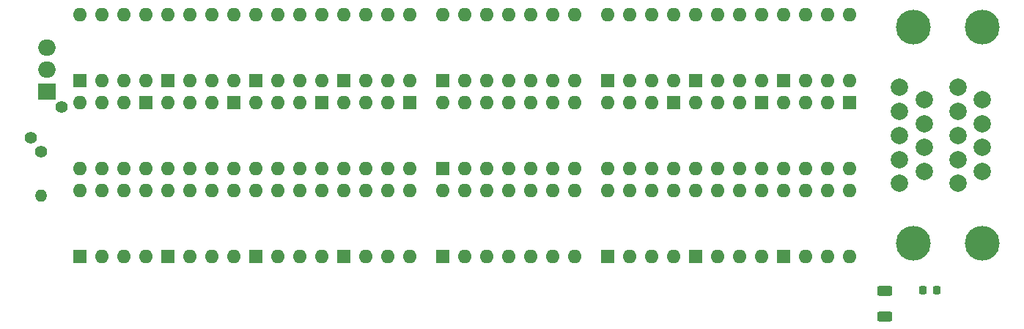
<source format=gbr>
%TF.GenerationSoftware,KiCad,Pcbnew,7.0.5*%
%TF.CreationDate,2024-12-02T20:38:50-05:00*%
%TF.ProjectId,stepper_motor_controller_2,73746570-7065-4725-9f6d-6f746f725f63,rev?*%
%TF.SameCoordinates,Original*%
%TF.FileFunction,Soldermask,Top*%
%TF.FilePolarity,Negative*%
%FSLAX46Y46*%
G04 Gerber Fmt 4.6, Leading zero omitted, Abs format (unit mm)*
G04 Created by KiCad (PCBNEW 7.0.5) date 2024-12-02 20:38:50*
%MOMM*%
%LPD*%
G01*
G04 APERTURE LIST*
G04 Aperture macros list*
%AMRoundRect*
0 Rectangle with rounded corners*
0 $1 Rounding radius*
0 $2 $3 $4 $5 $6 $7 $8 $9 X,Y pos of 4 corners*
0 Add a 4 corners polygon primitive as box body*
4,1,4,$2,$3,$4,$5,$6,$7,$8,$9,$2,$3,0*
0 Add four circle primitives for the rounded corners*
1,1,$1+$1,$2,$3*
1,1,$1+$1,$4,$5*
1,1,$1+$1,$6,$7*
1,1,$1+$1,$8,$9*
0 Add four rect primitives between the rounded corners*
20,1,$1+$1,$2,$3,$4,$5,0*
20,1,$1+$1,$4,$5,$6,$7,0*
20,1,$1+$1,$6,$7,$8,$9,0*
20,1,$1+$1,$8,$9,$2,$3,0*%
%AMHorizOval*
0 Thick line with rounded ends*
0 $1 width*
0 $2 $3 position (X,Y) of the first rounded end (center of the circle)*
0 $4 $5 position (X,Y) of the second rounded end (center of the circle)*
0 Add line between two ends*
20,1,$1,$2,$3,$4,$5,0*
0 Add two circle primitives to create the rounded ends*
1,1,$1,$2,$3*
1,1,$1,$4,$5*%
G04 Aperture macros list end*
%ADD10R,1.600000X1.600000*%
%ADD11O,1.600000X1.600000*%
%ADD12C,2.004000*%
%ADD13C,4.014000*%
%ADD14RoundRect,0.218750X-0.218750X-0.256250X0.218750X-0.256250X0.218750X0.256250X-0.218750X0.256250X0*%
%ADD15RoundRect,0.250000X0.625000X-0.312500X0.625000X0.312500X-0.625000X0.312500X-0.625000X-0.312500X0*%
%ADD16C,1.400000*%
%ADD17O,1.400000X1.400000*%
%ADD18R,2.000000X1.905000*%
%ADD19O,2.000000X1.905000*%
%ADD20HorizOval,1.400000X0.000000X0.000000X0.000000X0.000000X0*%
G04 APERTURE END LIST*
D10*
%TO.C,U10*%
X138440000Y-83120000D03*
D11*
X140980000Y-83120000D03*
X143520000Y-83120000D03*
X146060000Y-83120000D03*
X146060000Y-75500000D03*
X143520000Y-75500000D03*
X140980000Y-75500000D03*
X138440000Y-75500000D03*
%TD*%
D10*
%TO.C,U15*%
X209550000Y-83130000D03*
D11*
X212090000Y-83130000D03*
X214630000Y-83130000D03*
X217170000Y-83130000D03*
X217170000Y-75510000D03*
X214630000Y-75510000D03*
X212090000Y-75510000D03*
X209550000Y-75510000D03*
%TD*%
D12*
%TO.C,J2*%
X239875000Y-74700000D03*
X233125000Y-74700000D03*
X239875000Y-71930000D03*
X233125000Y-71930000D03*
X239875000Y-69160000D03*
X233125000Y-69160000D03*
X239875000Y-66390000D03*
X233125000Y-66390000D03*
X239875000Y-63620000D03*
X233125000Y-63620000D03*
X242715000Y-73315000D03*
X235965000Y-73315000D03*
X242715000Y-70545000D03*
X235965000Y-70545000D03*
X242715000Y-67775000D03*
X235965000Y-67775000D03*
X242715000Y-65005000D03*
X235965000Y-65005000D03*
D13*
X234715000Y-81650000D03*
X242715000Y-81650000D03*
X234715000Y-56670000D03*
X242715000Y-56670000D03*
%TD*%
D10*
%TO.C,U2*%
X148600000Y-62800000D03*
D11*
X151140000Y-62800000D03*
X153680000Y-62800000D03*
X156220000Y-62800000D03*
X156220000Y-55180000D03*
X153680000Y-55180000D03*
X151140000Y-55180000D03*
X148600000Y-55180000D03*
%TD*%
D10*
%TO.C,U6*%
X148590000Y-83130000D03*
D11*
X151130000Y-83130000D03*
X153670000Y-83130000D03*
X156210000Y-83130000D03*
X156210000Y-75510000D03*
X153670000Y-75510000D03*
X151130000Y-75510000D03*
X148590000Y-75510000D03*
%TD*%
D14*
%TO.C,D1*%
X235813500Y-87067000D03*
X237388500Y-87067000D03*
%TD*%
D10*
%TO.C,U13*%
X199390000Y-83130000D03*
D11*
X201930000Y-83130000D03*
X204470000Y-83130000D03*
X207010000Y-83130000D03*
X207010000Y-75510000D03*
X204470000Y-75510000D03*
X201930000Y-75510000D03*
X199390000Y-75510000D03*
%TD*%
D10*
%TO.C,U28*%
X180340000Y-83130000D03*
D11*
X182880000Y-83130000D03*
X185420000Y-83130000D03*
X187960000Y-83130000D03*
X190500000Y-83130000D03*
X193040000Y-83130000D03*
X195580000Y-83130000D03*
X195580000Y-75510000D03*
X193040000Y-75510000D03*
X190500000Y-75510000D03*
X187960000Y-75510000D03*
X185420000Y-75510000D03*
X182880000Y-75510000D03*
X180340000Y-75510000D03*
%TD*%
D10*
%TO.C,U14*%
X219720000Y-62800000D03*
D11*
X222260000Y-62800000D03*
X224800000Y-62800000D03*
X227340000Y-62800000D03*
X227340000Y-55180000D03*
X224800000Y-55180000D03*
X222260000Y-55180000D03*
X219720000Y-55180000D03*
%TD*%
D10*
%TO.C,U25*%
X158750000Y-83130000D03*
D11*
X161290000Y-83130000D03*
X163830000Y-83130000D03*
X166370000Y-83130000D03*
X166370000Y-75510000D03*
X163830000Y-75510000D03*
X161290000Y-75510000D03*
X158750000Y-75510000D03*
%TD*%
D10*
%TO.C,U18*%
X217170000Y-65350000D03*
D11*
X214630000Y-65350000D03*
X212090000Y-65350000D03*
X209550000Y-65350000D03*
X209550000Y-72970000D03*
X212090000Y-72970000D03*
X214630000Y-72970000D03*
X217170000Y-72970000D03*
%TD*%
D10*
%TO.C,U12*%
X209560000Y-62800000D03*
D11*
X212100000Y-62800000D03*
X214640000Y-62800000D03*
X217180000Y-62800000D03*
X217180000Y-55180000D03*
X214640000Y-55180000D03*
X212100000Y-55180000D03*
X209560000Y-55180000D03*
%TD*%
D15*
%TO.C,R91*%
X231394000Y-90053500D03*
X231394000Y-87128500D03*
%TD*%
D10*
%TO.C,U17*%
X219720000Y-83120000D03*
D11*
X222260000Y-83120000D03*
X224800000Y-83120000D03*
X227340000Y-83120000D03*
X227340000Y-75500000D03*
X224800000Y-75500000D03*
X222260000Y-75500000D03*
X219720000Y-75500000D03*
%TD*%
D10*
%TO.C,U16*%
X207010000Y-65350000D03*
D11*
X204470000Y-65350000D03*
X201930000Y-65350000D03*
X199390000Y-65350000D03*
X199390000Y-72970000D03*
X201930000Y-72970000D03*
X204470000Y-72970000D03*
X207010000Y-72970000D03*
%TD*%
D16*
%TO.C,R38*%
X133985000Y-71065000D03*
D17*
X133985000Y-76145000D03*
%TD*%
D10*
%TO.C,U4*%
X146040000Y-65360000D03*
D11*
X143500000Y-65360000D03*
X140960000Y-65360000D03*
X138420000Y-65360000D03*
X138420000Y-72980000D03*
X140960000Y-72980000D03*
X143500000Y-72980000D03*
X146040000Y-72980000D03*
%TD*%
D10*
%TO.C,U20*%
X199400000Y-62800000D03*
D11*
X201940000Y-62800000D03*
X204480000Y-62800000D03*
X207020000Y-62800000D03*
X207020000Y-55180000D03*
X204480000Y-55180000D03*
X201940000Y-55180000D03*
X199400000Y-55180000D03*
%TD*%
D10*
%TO.C,U5*%
X138440000Y-62800000D03*
D11*
X140980000Y-62800000D03*
X143520000Y-62800000D03*
X146060000Y-62800000D03*
X146060000Y-55180000D03*
X143520000Y-55180000D03*
X140980000Y-55180000D03*
X138440000Y-55180000D03*
%TD*%
D10*
%TO.C,U3*%
X180340000Y-72970000D03*
D11*
X182880000Y-72970000D03*
X185420000Y-72970000D03*
X187960000Y-72970000D03*
X190500000Y-72970000D03*
X193040000Y-72970000D03*
X195580000Y-72970000D03*
X195580000Y-65350000D03*
X193040000Y-65350000D03*
X190500000Y-65350000D03*
X187960000Y-65350000D03*
X185420000Y-65350000D03*
X182880000Y-65350000D03*
X180340000Y-65350000D03*
%TD*%
D10*
%TO.C,U1*%
X180335000Y-62800000D03*
D11*
X182875000Y-62800000D03*
X185415000Y-62800000D03*
X187955000Y-62800000D03*
X190495000Y-62800000D03*
X193035000Y-62800000D03*
X195575000Y-62800000D03*
X195575000Y-55180000D03*
X193035000Y-55180000D03*
X190495000Y-55180000D03*
X187955000Y-55180000D03*
X185415000Y-55180000D03*
X182875000Y-55180000D03*
X180335000Y-55180000D03*
%TD*%
D18*
%TO.C,U11*%
X134620000Y-64080000D03*
D19*
X134620000Y-61540000D03*
X134620000Y-59000000D03*
%TD*%
D10*
%TO.C,U8*%
X156200000Y-65360000D03*
D11*
X153660000Y-65360000D03*
X151120000Y-65360000D03*
X148580000Y-65360000D03*
X148580000Y-72980000D03*
X151120000Y-72980000D03*
X153660000Y-72980000D03*
X156200000Y-72980000D03*
%TD*%
D10*
%TO.C,U26*%
X176520000Y-65360000D03*
D11*
X173980000Y-65360000D03*
X171440000Y-65360000D03*
X168900000Y-65360000D03*
X168900000Y-72980000D03*
X171440000Y-72980000D03*
X173980000Y-72980000D03*
X176520000Y-72980000D03*
%TD*%
D10*
%TO.C,U9*%
X168920000Y-62800000D03*
D11*
X171460000Y-62800000D03*
X174000000Y-62800000D03*
X176540000Y-62800000D03*
X176540000Y-55180000D03*
X174000000Y-55180000D03*
X171460000Y-55180000D03*
X168920000Y-55180000D03*
%TD*%
D10*
%TO.C,U7*%
X158760000Y-62800000D03*
D11*
X161300000Y-62800000D03*
X163840000Y-62800000D03*
X166380000Y-62800000D03*
X166380000Y-55180000D03*
X163840000Y-55180000D03*
X161300000Y-55180000D03*
X158760000Y-55180000D03*
%TD*%
D16*
%TO.C,R37*%
X132739946Y-69435678D03*
D20*
X136332048Y-65843576D03*
%TD*%
D10*
%TO.C,U19*%
X227330000Y-65350000D03*
D11*
X224790000Y-65350000D03*
X222250000Y-65350000D03*
X219710000Y-65350000D03*
X219710000Y-72970000D03*
X222250000Y-72970000D03*
X224790000Y-72970000D03*
X227330000Y-72970000D03*
%TD*%
D10*
%TO.C,U24*%
X166360000Y-65360000D03*
D11*
X163820000Y-65360000D03*
X161280000Y-65360000D03*
X158740000Y-65360000D03*
X158740000Y-72980000D03*
X161280000Y-72980000D03*
X163820000Y-72980000D03*
X166360000Y-72980000D03*
%TD*%
D10*
%TO.C,U27*%
X168920000Y-83120000D03*
D11*
X171460000Y-83120000D03*
X174000000Y-83120000D03*
X176540000Y-83120000D03*
X176540000Y-75500000D03*
X174000000Y-75500000D03*
X171460000Y-75500000D03*
X168920000Y-75500000D03*
%TD*%
M02*

</source>
